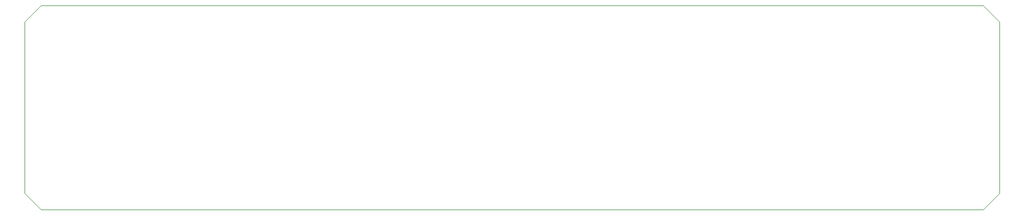
<source format=gm1>
G04 #@! TF.GenerationSoftware,KiCad,Pcbnew,5.1.5+dfsg1-2build2*
G04 #@! TF.CreationDate,2021-12-17T12:38:29-06:00*
G04 #@! TF.ProjectId,programming-board,70726f67-7261-46d6-9d69-6e672d626f61,rev?*
G04 #@! TF.SameCoordinates,Original*
G04 #@! TF.FileFunction,Profile,NP*
%FSLAX46Y46*%
G04 Gerber Fmt 4.6, Leading zero omitted, Abs format (unit mm)*
G04 Created by KiCad (PCBNEW 5.1.5+dfsg1-2build2) date 2021-12-17 12:38:29*
%MOMM*%
%LPD*%
G04 APERTURE LIST*
%ADD10C,0.100000*%
G04 APERTURE END LIST*
D10*
X67310000Y-67310000D02*
X67310000Y-93980000D01*
X69850000Y-64770000D02*
X67310000Y-67310000D01*
X215900000Y-64770000D02*
X69850000Y-64770000D01*
X218440000Y-67310000D02*
X215900000Y-64770000D01*
X218440000Y-93980000D02*
X218440000Y-67310000D01*
X215900000Y-96520000D02*
X218440000Y-93980000D01*
X69850000Y-96520000D02*
X215900000Y-96520000D01*
X67310000Y-93980000D02*
X69850000Y-96520000D01*
M02*

</source>
